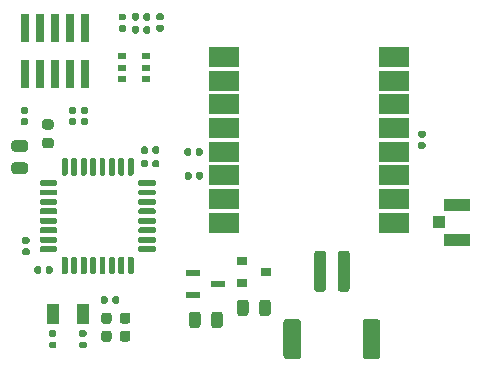
<source format=gbr>
%TF.GenerationSoftware,KiCad,Pcbnew,5.1.9*%
%TF.CreationDate,2021-02-20T15:12:24-08:00*%
%TF.ProjectId,Transmitter,5472616e-736d-4697-9474-65722e6b6963,rev?*%
%TF.SameCoordinates,Original*%
%TF.FileFunction,Paste,Top*%
%TF.FilePolarity,Positive*%
%FSLAX46Y46*%
G04 Gerber Fmt 4.6, Leading zero omitted, Abs format (unit mm)*
G04 Created by KiCad (PCBNEW 5.1.9) date 2021-02-20 15:12:24*
%MOMM*%
%LPD*%
G01*
G04 APERTURE LIST*
%ADD10R,0.740000X2.400000*%
%ADD11R,0.900000X0.800000*%
%ADD12R,2.600000X1.800000*%
%ADD13R,1.300000X0.600000*%
%ADD14R,0.800000X0.500000*%
%ADD15R,2.200000X1.050000*%
%ADD16R,1.050000X1.000000*%
%ADD17R,1.000000X1.800000*%
G04 APERTURE END LIST*
%TO.C,C1*%
G36*
G01*
X111587500Y-84010000D02*
X111932500Y-84010000D01*
G75*
G02*
X112080000Y-84157500I0J-147500D01*
G01*
X112080000Y-84452500D01*
G75*
G02*
X111932500Y-84600000I-147500J0D01*
G01*
X111587500Y-84600000D01*
G75*
G02*
X111440000Y-84452500I0J147500D01*
G01*
X111440000Y-84157500D01*
G75*
G02*
X111587500Y-84010000I147500J0D01*
G01*
G37*
G36*
G01*
X111587500Y-83040000D02*
X111932500Y-83040000D01*
G75*
G02*
X112080000Y-83187500I0J-147500D01*
G01*
X112080000Y-83482500D01*
G75*
G02*
X111932500Y-83630000I-147500J0D01*
G01*
X111587500Y-83630000D01*
G75*
G02*
X111440000Y-83482500I0J147500D01*
G01*
X111440000Y-83187500D01*
G75*
G02*
X111587500Y-83040000I147500J0D01*
G01*
G37*
%TD*%
%TO.C,C2*%
G36*
G01*
X80327500Y-100890000D02*
X80672500Y-100890000D01*
G75*
G02*
X80820000Y-101037500I0J-147500D01*
G01*
X80820000Y-101332500D01*
G75*
G02*
X80672500Y-101480000I-147500J0D01*
G01*
X80327500Y-101480000D01*
G75*
G02*
X80180000Y-101332500I0J147500D01*
G01*
X80180000Y-101037500D01*
G75*
G02*
X80327500Y-100890000I147500J0D01*
G01*
G37*
G36*
G01*
X80327500Y-99920000D02*
X80672500Y-99920000D01*
G75*
G02*
X80820000Y-100067500I0J-147500D01*
G01*
X80820000Y-100362500D01*
G75*
G02*
X80672500Y-100510000I-147500J0D01*
G01*
X80327500Y-100510000D01*
G75*
G02*
X80180000Y-100362500I0J147500D01*
G01*
X80180000Y-100067500D01*
G75*
G02*
X80327500Y-99920000I147500J0D01*
G01*
G37*
%TD*%
%TO.C,C3*%
G36*
G01*
X82877500Y-100890000D02*
X83222500Y-100890000D01*
G75*
G02*
X83370000Y-101037500I0J-147500D01*
G01*
X83370000Y-101332500D01*
G75*
G02*
X83222500Y-101480000I-147500J0D01*
G01*
X82877500Y-101480000D01*
G75*
G02*
X82730000Y-101332500I0J147500D01*
G01*
X82730000Y-101037500D01*
G75*
G02*
X82877500Y-100890000I147500J0D01*
G01*
G37*
G36*
G01*
X82877500Y-99920000D02*
X83222500Y-99920000D01*
G75*
G02*
X83370000Y-100067500I0J-147500D01*
G01*
X83370000Y-100362500D01*
G75*
G02*
X83222500Y-100510000I-147500J0D01*
G01*
X82877500Y-100510000D01*
G75*
G02*
X82730000Y-100362500I0J147500D01*
G01*
X82730000Y-100067500D01*
G75*
G02*
X82877500Y-99920000I147500J0D01*
G01*
G37*
%TD*%
%TO.C,C4*%
G36*
G01*
X97986000Y-98500250D02*
X97986000Y-97587750D01*
G75*
G02*
X98229750Y-97344000I243750J0D01*
G01*
X98717250Y-97344000D01*
G75*
G02*
X98961000Y-97587750I0J-243750D01*
G01*
X98961000Y-98500250D01*
G75*
G02*
X98717250Y-98744000I-243750J0D01*
G01*
X98229750Y-98744000D01*
G75*
G02*
X97986000Y-98500250I0J243750D01*
G01*
G37*
G36*
G01*
X96111000Y-98500250D02*
X96111000Y-97587750D01*
G75*
G02*
X96354750Y-97344000I243750J0D01*
G01*
X96842250Y-97344000D01*
G75*
G02*
X97086000Y-97587750I0J-243750D01*
G01*
X97086000Y-98500250D01*
G75*
G02*
X96842250Y-98744000I-243750J0D01*
G01*
X96354750Y-98744000D01*
G75*
G02*
X96111000Y-98500250I0J243750D01*
G01*
G37*
%TD*%
%TO.C,C5*%
G36*
G01*
X86194000Y-99168250D02*
X86194000Y-98655750D01*
G75*
G02*
X86412750Y-98437000I218750J0D01*
G01*
X86850250Y-98437000D01*
G75*
G02*
X87069000Y-98655750I0J-218750D01*
G01*
X87069000Y-99168250D01*
G75*
G02*
X86850250Y-99387000I-218750J0D01*
G01*
X86412750Y-99387000D01*
G75*
G02*
X86194000Y-99168250I0J218750D01*
G01*
G37*
G36*
G01*
X84619000Y-99168250D02*
X84619000Y-98655750D01*
G75*
G02*
X84837750Y-98437000I218750J0D01*
G01*
X85275250Y-98437000D01*
G75*
G02*
X85494000Y-98655750I0J-218750D01*
G01*
X85494000Y-99168250D01*
G75*
G02*
X85275250Y-99387000I-218750J0D01*
G01*
X84837750Y-99387000D01*
G75*
G02*
X84619000Y-99168250I0J218750D01*
G01*
G37*
%TD*%
%TO.C,C6*%
G36*
G01*
X86194000Y-100692250D02*
X86194000Y-100179750D01*
G75*
G02*
X86412750Y-99961000I218750J0D01*
G01*
X86850250Y-99961000D01*
G75*
G02*
X87069000Y-100179750I0J-218750D01*
G01*
X87069000Y-100692250D01*
G75*
G02*
X86850250Y-100911000I-218750J0D01*
G01*
X86412750Y-100911000D01*
G75*
G02*
X86194000Y-100692250I0J218750D01*
G01*
G37*
G36*
G01*
X84619000Y-100692250D02*
X84619000Y-100179750D01*
G75*
G02*
X84837750Y-99961000I218750J0D01*
G01*
X85275250Y-99961000D01*
G75*
G02*
X85494000Y-100179750I0J-218750D01*
G01*
X85494000Y-100692250D01*
G75*
G02*
X85275250Y-100911000I-218750J0D01*
G01*
X84837750Y-100911000D01*
G75*
G02*
X84619000Y-100692250I0J218750D01*
G01*
G37*
%TD*%
%TO.C,C7*%
G36*
G01*
X93922000Y-99516250D02*
X93922000Y-98603750D01*
G75*
G02*
X94165750Y-98360000I243750J0D01*
G01*
X94653250Y-98360000D01*
G75*
G02*
X94897000Y-98603750I0J-243750D01*
G01*
X94897000Y-99516250D01*
G75*
G02*
X94653250Y-99760000I-243750J0D01*
G01*
X94165750Y-99760000D01*
G75*
G02*
X93922000Y-99516250I0J243750D01*
G01*
G37*
G36*
G01*
X92047000Y-99516250D02*
X92047000Y-98603750D01*
G75*
G02*
X92290750Y-98360000I243750J0D01*
G01*
X92778250Y-98360000D01*
G75*
G02*
X93022000Y-98603750I0J-243750D01*
G01*
X93022000Y-99516250D01*
G75*
G02*
X92778250Y-99760000I-243750J0D01*
G01*
X92290750Y-99760000D01*
G75*
G02*
X92047000Y-99516250I0J243750D01*
G01*
G37*
%TD*%
%TO.C,C8*%
G36*
G01*
X79535000Y-94675500D02*
X79535000Y-95020500D01*
G75*
G02*
X79387500Y-95168000I-147500J0D01*
G01*
X79092500Y-95168000D01*
G75*
G02*
X78945000Y-95020500I0J147500D01*
G01*
X78945000Y-94675500D01*
G75*
G02*
X79092500Y-94528000I147500J0D01*
G01*
X79387500Y-94528000D01*
G75*
G02*
X79535000Y-94675500I0J-147500D01*
G01*
G37*
G36*
G01*
X80505000Y-94675500D02*
X80505000Y-95020500D01*
G75*
G02*
X80357500Y-95168000I-147500J0D01*
G01*
X80062500Y-95168000D01*
G75*
G02*
X79915000Y-95020500I0J147500D01*
G01*
X79915000Y-94675500D01*
G75*
G02*
X80062500Y-94528000I147500J0D01*
G01*
X80357500Y-94528000D01*
G75*
G02*
X80505000Y-94675500I0J-147500D01*
G01*
G37*
%TD*%
%TO.C,C9*%
G36*
G01*
X88190000Y-74672500D02*
X88190000Y-74327500D01*
G75*
G02*
X88337500Y-74180000I147500J0D01*
G01*
X88632500Y-74180000D01*
G75*
G02*
X88780000Y-74327500I0J-147500D01*
G01*
X88780000Y-74672500D01*
G75*
G02*
X88632500Y-74820000I-147500J0D01*
G01*
X88337500Y-74820000D01*
G75*
G02*
X88190000Y-74672500I0J147500D01*
G01*
G37*
G36*
G01*
X87220000Y-74672500D02*
X87220000Y-74327500D01*
G75*
G02*
X87367500Y-74180000I147500J0D01*
G01*
X87662500Y-74180000D01*
G75*
G02*
X87810000Y-74327500I0J-147500D01*
G01*
X87810000Y-74672500D01*
G75*
G02*
X87662500Y-74820000I-147500J0D01*
G01*
X87367500Y-74820000D01*
G75*
G02*
X87220000Y-74672500I0J147500D01*
G01*
G37*
%TD*%
%TO.C,C10*%
G36*
G01*
X88190000Y-73572500D02*
X88190000Y-73227500D01*
G75*
G02*
X88337500Y-73080000I147500J0D01*
G01*
X88632500Y-73080000D01*
G75*
G02*
X88780000Y-73227500I0J-147500D01*
G01*
X88780000Y-73572500D01*
G75*
G02*
X88632500Y-73720000I-147500J0D01*
G01*
X88337500Y-73720000D01*
G75*
G02*
X88190000Y-73572500I0J147500D01*
G01*
G37*
G36*
G01*
X87220000Y-73572500D02*
X87220000Y-73227500D01*
G75*
G02*
X87367500Y-73080000I147500J0D01*
G01*
X87662500Y-73080000D01*
G75*
G02*
X87810000Y-73227500I0J-147500D01*
G01*
X87810000Y-73572500D01*
G75*
G02*
X87662500Y-73720000I-147500J0D01*
G01*
X87367500Y-73720000D01*
G75*
G02*
X87220000Y-73572500I0J147500D01*
G01*
G37*
%TD*%
%TO.C,C11*%
G36*
G01*
X88955000Y-86003500D02*
X88955000Y-85658500D01*
G75*
G02*
X89102500Y-85511000I147500J0D01*
G01*
X89397500Y-85511000D01*
G75*
G02*
X89545000Y-85658500I0J-147500D01*
G01*
X89545000Y-86003500D01*
G75*
G02*
X89397500Y-86151000I-147500J0D01*
G01*
X89102500Y-86151000D01*
G75*
G02*
X88955000Y-86003500I0J147500D01*
G01*
G37*
G36*
G01*
X87985000Y-86003500D02*
X87985000Y-85658500D01*
G75*
G02*
X88132500Y-85511000I147500J0D01*
G01*
X88427500Y-85511000D01*
G75*
G02*
X88575000Y-85658500I0J-147500D01*
G01*
X88575000Y-86003500D01*
G75*
G02*
X88427500Y-86151000I-147500J0D01*
G01*
X88132500Y-86151000D01*
G75*
G02*
X87985000Y-86003500I0J147500D01*
G01*
G37*
%TD*%
%TO.C,C12*%
G36*
G01*
X88955000Y-84860500D02*
X88955000Y-84515500D01*
G75*
G02*
X89102500Y-84368000I147500J0D01*
G01*
X89397500Y-84368000D01*
G75*
G02*
X89545000Y-84515500I0J-147500D01*
G01*
X89545000Y-84860500D01*
G75*
G02*
X89397500Y-85008000I-147500J0D01*
G01*
X89102500Y-85008000D01*
G75*
G02*
X88955000Y-84860500I0J147500D01*
G01*
G37*
G36*
G01*
X87985000Y-84860500D02*
X87985000Y-84515500D01*
G75*
G02*
X88132500Y-84368000I147500J0D01*
G01*
X88427500Y-84368000D01*
G75*
G02*
X88575000Y-84515500I0J-147500D01*
G01*
X88575000Y-84860500D01*
G75*
G02*
X88427500Y-85008000I-147500J0D01*
G01*
X88132500Y-85008000D01*
G75*
G02*
X87985000Y-84860500I0J147500D01*
G01*
G37*
%TD*%
%TO.C,D1*%
G36*
G01*
X77259750Y-85724500D02*
X78172250Y-85724500D01*
G75*
G02*
X78416000Y-85968250I0J-243750D01*
G01*
X78416000Y-86455750D01*
G75*
G02*
X78172250Y-86699500I-243750J0D01*
G01*
X77259750Y-86699500D01*
G75*
G02*
X77016000Y-86455750I0J243750D01*
G01*
X77016000Y-85968250D01*
G75*
G02*
X77259750Y-85724500I243750J0D01*
G01*
G37*
G36*
G01*
X77259750Y-83849500D02*
X78172250Y-83849500D01*
G75*
G02*
X78416000Y-84093250I0J-243750D01*
G01*
X78416000Y-84580750D01*
G75*
G02*
X78172250Y-84824500I-243750J0D01*
G01*
X77259750Y-84824500D01*
G75*
G02*
X77016000Y-84580750I0J243750D01*
G01*
X77016000Y-84093250D01*
G75*
G02*
X77259750Y-83849500I243750J0D01*
G01*
G37*
%TD*%
%TO.C,J2*%
G36*
G01*
X106740000Y-102140000D02*
X106740000Y-99240000D01*
G75*
G02*
X106990000Y-98990000I250000J0D01*
G01*
X107990000Y-98990000D01*
G75*
G02*
X108240000Y-99240000I0J-250000D01*
G01*
X108240000Y-102140000D01*
G75*
G02*
X107990000Y-102390000I-250000J0D01*
G01*
X106990000Y-102390000D01*
G75*
G02*
X106740000Y-102140000I0J250000D01*
G01*
G37*
G36*
G01*
X100040000Y-102140000D02*
X100040000Y-99240000D01*
G75*
G02*
X100290000Y-98990000I250000J0D01*
G01*
X101290000Y-98990000D01*
G75*
G02*
X101540000Y-99240000I0J-250000D01*
G01*
X101540000Y-102140000D01*
G75*
G02*
X101290000Y-102390000I-250000J0D01*
G01*
X100290000Y-102390000D01*
G75*
G02*
X100040000Y-102140000I0J250000D01*
G01*
G37*
G36*
G01*
X104640000Y-96440000D02*
X104640000Y-93440000D01*
G75*
G02*
X104890000Y-93190000I250000J0D01*
G01*
X105390000Y-93190000D01*
G75*
G02*
X105640000Y-93440000I0J-250000D01*
G01*
X105640000Y-96440000D01*
G75*
G02*
X105390000Y-96690000I-250000J0D01*
G01*
X104890000Y-96690000D01*
G75*
G02*
X104640000Y-96440000I0J250000D01*
G01*
G37*
G36*
G01*
X102640000Y-96440000D02*
X102640000Y-93440000D01*
G75*
G02*
X102890000Y-93190000I250000J0D01*
G01*
X103390000Y-93190000D01*
G75*
G02*
X103640000Y-93440000I0J-250000D01*
G01*
X103640000Y-96440000D01*
G75*
G02*
X103390000Y-96690000I-250000J0D01*
G01*
X102890000Y-96690000D01*
G75*
G02*
X102640000Y-96440000I0J250000D01*
G01*
G37*
%TD*%
D10*
%TO.C,J4*%
X78160000Y-78250000D03*
X78160000Y-74350000D03*
X79430000Y-78250000D03*
X79430000Y-74350000D03*
X80700000Y-78250000D03*
X80700000Y-74350000D03*
X81970000Y-78250000D03*
X81970000Y-74350000D03*
X83240000Y-78250000D03*
X83240000Y-74350000D03*
%TD*%
%TO.C,L1*%
G36*
G01*
X85169000Y-97215500D02*
X85169000Y-97560500D01*
G75*
G02*
X85021500Y-97708000I-147500J0D01*
G01*
X84726500Y-97708000D01*
G75*
G02*
X84579000Y-97560500I0J147500D01*
G01*
X84579000Y-97215500D01*
G75*
G02*
X84726500Y-97068000I147500J0D01*
G01*
X85021500Y-97068000D01*
G75*
G02*
X85169000Y-97215500I0J-147500D01*
G01*
G37*
G36*
G01*
X86139000Y-97215500D02*
X86139000Y-97560500D01*
G75*
G02*
X85991500Y-97708000I-147500J0D01*
G01*
X85696500Y-97708000D01*
G75*
G02*
X85549000Y-97560500I0J147500D01*
G01*
X85549000Y-97215500D01*
G75*
G02*
X85696500Y-97068000I147500J0D01*
G01*
X85991500Y-97068000D01*
G75*
G02*
X86139000Y-97215500I0J-147500D01*
G01*
G37*
%TD*%
D11*
%TO.C,Q1*%
X98536000Y-94996000D03*
X96536000Y-95946000D03*
X96536000Y-94046000D03*
%TD*%
%TO.C,R1*%
G36*
G01*
X92243000Y-84663500D02*
X92243000Y-85008500D01*
G75*
G02*
X92095500Y-85156000I-147500J0D01*
G01*
X91800500Y-85156000D01*
G75*
G02*
X91653000Y-85008500I0J147500D01*
G01*
X91653000Y-84663500D01*
G75*
G02*
X91800500Y-84516000I147500J0D01*
G01*
X92095500Y-84516000D01*
G75*
G02*
X92243000Y-84663500I0J-147500D01*
G01*
G37*
G36*
G01*
X93213000Y-84663500D02*
X93213000Y-85008500D01*
G75*
G02*
X93065500Y-85156000I-147500J0D01*
G01*
X92770500Y-85156000D01*
G75*
G02*
X92623000Y-85008500I0J147500D01*
G01*
X92623000Y-84663500D01*
G75*
G02*
X92770500Y-84516000I147500J0D01*
G01*
X93065500Y-84516000D01*
G75*
G02*
X93213000Y-84663500I0J-147500D01*
G01*
G37*
%TD*%
%TO.C,R2*%
G36*
G01*
X92266000Y-86695500D02*
X92266000Y-87040500D01*
G75*
G02*
X92118500Y-87188000I-147500J0D01*
G01*
X91823500Y-87188000D01*
G75*
G02*
X91676000Y-87040500I0J147500D01*
G01*
X91676000Y-86695500D01*
G75*
G02*
X91823500Y-86548000I147500J0D01*
G01*
X92118500Y-86548000D01*
G75*
G02*
X92266000Y-86695500I0J-147500D01*
G01*
G37*
G36*
G01*
X93236000Y-86695500D02*
X93236000Y-87040500D01*
G75*
G02*
X93088500Y-87188000I-147500J0D01*
G01*
X92793500Y-87188000D01*
G75*
G02*
X92646000Y-87040500I0J147500D01*
G01*
X92646000Y-86695500D01*
G75*
G02*
X92793500Y-86548000I147500J0D01*
G01*
X93088500Y-86548000D01*
G75*
G02*
X93236000Y-86695500I0J-147500D01*
G01*
G37*
%TD*%
%TO.C,R3*%
G36*
G01*
X89772500Y-73695000D02*
X89427500Y-73695000D01*
G75*
G02*
X89280000Y-73547500I0J147500D01*
G01*
X89280000Y-73252500D01*
G75*
G02*
X89427500Y-73105000I147500J0D01*
G01*
X89772500Y-73105000D01*
G75*
G02*
X89920000Y-73252500I0J-147500D01*
G01*
X89920000Y-73547500D01*
G75*
G02*
X89772500Y-73695000I-147500J0D01*
G01*
G37*
G36*
G01*
X89772500Y-74665000D02*
X89427500Y-74665000D01*
G75*
G02*
X89280000Y-74517500I0J147500D01*
G01*
X89280000Y-74222500D01*
G75*
G02*
X89427500Y-74075000I147500J0D01*
G01*
X89772500Y-74075000D01*
G75*
G02*
X89920000Y-74222500I0J-147500D01*
G01*
X89920000Y-74517500D01*
G75*
G02*
X89772500Y-74665000I-147500J0D01*
G01*
G37*
%TD*%
%TO.C,R4*%
G36*
G01*
X79843750Y-83650000D02*
X80356250Y-83650000D01*
G75*
G02*
X80575000Y-83868750I0J-218750D01*
G01*
X80575000Y-84306250D01*
G75*
G02*
X80356250Y-84525000I-218750J0D01*
G01*
X79843750Y-84525000D01*
G75*
G02*
X79625000Y-84306250I0J218750D01*
G01*
X79625000Y-83868750D01*
G75*
G02*
X79843750Y-83650000I218750J0D01*
G01*
G37*
G36*
G01*
X79843750Y-82075000D02*
X80356250Y-82075000D01*
G75*
G02*
X80575000Y-82293750I0J-218750D01*
G01*
X80575000Y-82731250D01*
G75*
G02*
X80356250Y-82950000I-218750J0D01*
G01*
X79843750Y-82950000D01*
G75*
G02*
X79625000Y-82731250I0J218750D01*
G01*
X79625000Y-82293750D01*
G75*
G02*
X79843750Y-82075000I218750J0D01*
G01*
G37*
%TD*%
%TO.C,R5*%
G36*
G01*
X86572500Y-73710000D02*
X86227500Y-73710000D01*
G75*
G02*
X86080000Y-73562500I0J147500D01*
G01*
X86080000Y-73267500D01*
G75*
G02*
X86227500Y-73120000I147500J0D01*
G01*
X86572500Y-73120000D01*
G75*
G02*
X86720000Y-73267500I0J-147500D01*
G01*
X86720000Y-73562500D01*
G75*
G02*
X86572500Y-73710000I-147500J0D01*
G01*
G37*
G36*
G01*
X86572500Y-74680000D02*
X86227500Y-74680000D01*
G75*
G02*
X86080000Y-74532500I0J147500D01*
G01*
X86080000Y-74237500D01*
G75*
G02*
X86227500Y-74090000I147500J0D01*
G01*
X86572500Y-74090000D01*
G75*
G02*
X86720000Y-74237500I0J-147500D01*
G01*
X86720000Y-74532500D01*
G75*
G02*
X86572500Y-74680000I-147500J0D01*
G01*
G37*
%TD*%
%TO.C,R6*%
G36*
G01*
X83372500Y-81595000D02*
X83027500Y-81595000D01*
G75*
G02*
X82880000Y-81447500I0J147500D01*
G01*
X82880000Y-81152500D01*
G75*
G02*
X83027500Y-81005000I147500J0D01*
G01*
X83372500Y-81005000D01*
G75*
G02*
X83520000Y-81152500I0J-147500D01*
G01*
X83520000Y-81447500D01*
G75*
G02*
X83372500Y-81595000I-147500J0D01*
G01*
G37*
G36*
G01*
X83372500Y-82565000D02*
X83027500Y-82565000D01*
G75*
G02*
X82880000Y-82417500I0J147500D01*
G01*
X82880000Y-82122500D01*
G75*
G02*
X83027500Y-81975000I147500J0D01*
G01*
X83372500Y-81975000D01*
G75*
G02*
X83520000Y-82122500I0J-147500D01*
G01*
X83520000Y-82417500D01*
G75*
G02*
X83372500Y-82565000I-147500J0D01*
G01*
G37*
%TD*%
%TO.C,R7*%
G36*
G01*
X82372500Y-81610000D02*
X82027500Y-81610000D01*
G75*
G02*
X81880000Y-81462500I0J147500D01*
G01*
X81880000Y-81167500D01*
G75*
G02*
X82027500Y-81020000I147500J0D01*
G01*
X82372500Y-81020000D01*
G75*
G02*
X82520000Y-81167500I0J-147500D01*
G01*
X82520000Y-81462500D01*
G75*
G02*
X82372500Y-81610000I-147500J0D01*
G01*
G37*
G36*
G01*
X82372500Y-82580000D02*
X82027500Y-82580000D01*
G75*
G02*
X81880000Y-82432500I0J147500D01*
G01*
X81880000Y-82137500D01*
G75*
G02*
X82027500Y-81990000I147500J0D01*
G01*
X82372500Y-81990000D01*
G75*
G02*
X82520000Y-82137500I0J-147500D01*
G01*
X82520000Y-82432500D01*
G75*
G02*
X82372500Y-82580000I-147500J0D01*
G01*
G37*
%TD*%
%TO.C,R8*%
G36*
G01*
X78272500Y-81610000D02*
X77927500Y-81610000D01*
G75*
G02*
X77780000Y-81462500I0J147500D01*
G01*
X77780000Y-81167500D01*
G75*
G02*
X77927500Y-81020000I147500J0D01*
G01*
X78272500Y-81020000D01*
G75*
G02*
X78420000Y-81167500I0J-147500D01*
G01*
X78420000Y-81462500D01*
G75*
G02*
X78272500Y-81610000I-147500J0D01*
G01*
G37*
G36*
G01*
X78272500Y-82580000D02*
X77927500Y-82580000D01*
G75*
G02*
X77780000Y-82432500I0J147500D01*
G01*
X77780000Y-82137500D01*
G75*
G02*
X77927500Y-81990000I147500J0D01*
G01*
X78272500Y-81990000D01*
G75*
G02*
X78420000Y-82137500I0J-147500D01*
G01*
X78420000Y-82432500D01*
G75*
G02*
X78272500Y-82580000I-147500J0D01*
G01*
G37*
%TD*%
%TO.C,R9*%
G36*
G01*
X78396500Y-92626000D02*
X78051500Y-92626000D01*
G75*
G02*
X77904000Y-92478500I0J147500D01*
G01*
X77904000Y-92183500D01*
G75*
G02*
X78051500Y-92036000I147500J0D01*
G01*
X78396500Y-92036000D01*
G75*
G02*
X78544000Y-92183500I0J-147500D01*
G01*
X78544000Y-92478500D01*
G75*
G02*
X78396500Y-92626000I-147500J0D01*
G01*
G37*
G36*
G01*
X78396500Y-93596000D02*
X78051500Y-93596000D01*
G75*
G02*
X77904000Y-93448500I0J147500D01*
G01*
X77904000Y-93153500D01*
G75*
G02*
X78051500Y-93006000I147500J0D01*
G01*
X78396500Y-93006000D01*
G75*
G02*
X78544000Y-93153500I0J-147500D01*
G01*
X78544000Y-93448500D01*
G75*
G02*
X78396500Y-93596000I-147500J0D01*
G01*
G37*
%TD*%
D12*
%TO.C,U1*%
X109435000Y-76820000D03*
X109435000Y-78820000D03*
X109435000Y-80820000D03*
X109435000Y-82820000D03*
X109435000Y-84820000D03*
X109435000Y-86820000D03*
X109435000Y-88820000D03*
X109435000Y-90820000D03*
X95035000Y-90820000D03*
X95035000Y-88820000D03*
X95035000Y-86820000D03*
X95035000Y-84820000D03*
X95035000Y-82820000D03*
X95035000Y-80820000D03*
X95035000Y-78820000D03*
X95035000Y-76820000D03*
%TD*%
D13*
%TO.C,U2*%
X92422000Y-95062000D03*
X92422000Y-96962000D03*
X94522000Y-96012000D03*
%TD*%
%TO.C,U3*%
G36*
G01*
X80770000Y-93326000D02*
X79520000Y-93326000D01*
G75*
G02*
X79395000Y-93201000I0J125000D01*
G01*
X79395000Y-92951000D01*
G75*
G02*
X79520000Y-92826000I125000J0D01*
G01*
X80770000Y-92826000D01*
G75*
G02*
X80895000Y-92951000I0J-125000D01*
G01*
X80895000Y-93201000D01*
G75*
G02*
X80770000Y-93326000I-125000J0D01*
G01*
G37*
G36*
G01*
X80770000Y-92526000D02*
X79520000Y-92526000D01*
G75*
G02*
X79395000Y-92401000I0J125000D01*
G01*
X79395000Y-92151000D01*
G75*
G02*
X79520000Y-92026000I125000J0D01*
G01*
X80770000Y-92026000D01*
G75*
G02*
X80895000Y-92151000I0J-125000D01*
G01*
X80895000Y-92401000D01*
G75*
G02*
X80770000Y-92526000I-125000J0D01*
G01*
G37*
G36*
G01*
X80770000Y-91726000D02*
X79520000Y-91726000D01*
G75*
G02*
X79395000Y-91601000I0J125000D01*
G01*
X79395000Y-91351000D01*
G75*
G02*
X79520000Y-91226000I125000J0D01*
G01*
X80770000Y-91226000D01*
G75*
G02*
X80895000Y-91351000I0J-125000D01*
G01*
X80895000Y-91601000D01*
G75*
G02*
X80770000Y-91726000I-125000J0D01*
G01*
G37*
G36*
G01*
X80770000Y-90926000D02*
X79520000Y-90926000D01*
G75*
G02*
X79395000Y-90801000I0J125000D01*
G01*
X79395000Y-90551000D01*
G75*
G02*
X79520000Y-90426000I125000J0D01*
G01*
X80770000Y-90426000D01*
G75*
G02*
X80895000Y-90551000I0J-125000D01*
G01*
X80895000Y-90801000D01*
G75*
G02*
X80770000Y-90926000I-125000J0D01*
G01*
G37*
G36*
G01*
X80770000Y-90126000D02*
X79520000Y-90126000D01*
G75*
G02*
X79395000Y-90001000I0J125000D01*
G01*
X79395000Y-89751000D01*
G75*
G02*
X79520000Y-89626000I125000J0D01*
G01*
X80770000Y-89626000D01*
G75*
G02*
X80895000Y-89751000I0J-125000D01*
G01*
X80895000Y-90001000D01*
G75*
G02*
X80770000Y-90126000I-125000J0D01*
G01*
G37*
G36*
G01*
X80770000Y-89326000D02*
X79520000Y-89326000D01*
G75*
G02*
X79395000Y-89201000I0J125000D01*
G01*
X79395000Y-88951000D01*
G75*
G02*
X79520000Y-88826000I125000J0D01*
G01*
X80770000Y-88826000D01*
G75*
G02*
X80895000Y-88951000I0J-125000D01*
G01*
X80895000Y-89201000D01*
G75*
G02*
X80770000Y-89326000I-125000J0D01*
G01*
G37*
G36*
G01*
X80770000Y-88526000D02*
X79520000Y-88526000D01*
G75*
G02*
X79395000Y-88401000I0J125000D01*
G01*
X79395000Y-88151000D01*
G75*
G02*
X79520000Y-88026000I125000J0D01*
G01*
X80770000Y-88026000D01*
G75*
G02*
X80895000Y-88151000I0J-125000D01*
G01*
X80895000Y-88401000D01*
G75*
G02*
X80770000Y-88526000I-125000J0D01*
G01*
G37*
G36*
G01*
X80770000Y-87726000D02*
X79520000Y-87726000D01*
G75*
G02*
X79395000Y-87601000I0J125000D01*
G01*
X79395000Y-87351000D01*
G75*
G02*
X79520000Y-87226000I125000J0D01*
G01*
X80770000Y-87226000D01*
G75*
G02*
X80895000Y-87351000I0J-125000D01*
G01*
X80895000Y-87601000D01*
G75*
G02*
X80770000Y-87726000I-125000J0D01*
G01*
G37*
G36*
G01*
X81645000Y-86851000D02*
X81395000Y-86851000D01*
G75*
G02*
X81270000Y-86726000I0J125000D01*
G01*
X81270000Y-85476000D01*
G75*
G02*
X81395000Y-85351000I125000J0D01*
G01*
X81645000Y-85351000D01*
G75*
G02*
X81770000Y-85476000I0J-125000D01*
G01*
X81770000Y-86726000D01*
G75*
G02*
X81645000Y-86851000I-125000J0D01*
G01*
G37*
G36*
G01*
X82445000Y-86851000D02*
X82195000Y-86851000D01*
G75*
G02*
X82070000Y-86726000I0J125000D01*
G01*
X82070000Y-85476000D01*
G75*
G02*
X82195000Y-85351000I125000J0D01*
G01*
X82445000Y-85351000D01*
G75*
G02*
X82570000Y-85476000I0J-125000D01*
G01*
X82570000Y-86726000D01*
G75*
G02*
X82445000Y-86851000I-125000J0D01*
G01*
G37*
G36*
G01*
X83245000Y-86851000D02*
X82995000Y-86851000D01*
G75*
G02*
X82870000Y-86726000I0J125000D01*
G01*
X82870000Y-85476000D01*
G75*
G02*
X82995000Y-85351000I125000J0D01*
G01*
X83245000Y-85351000D01*
G75*
G02*
X83370000Y-85476000I0J-125000D01*
G01*
X83370000Y-86726000D01*
G75*
G02*
X83245000Y-86851000I-125000J0D01*
G01*
G37*
G36*
G01*
X84045000Y-86851000D02*
X83795000Y-86851000D01*
G75*
G02*
X83670000Y-86726000I0J125000D01*
G01*
X83670000Y-85476000D01*
G75*
G02*
X83795000Y-85351000I125000J0D01*
G01*
X84045000Y-85351000D01*
G75*
G02*
X84170000Y-85476000I0J-125000D01*
G01*
X84170000Y-86726000D01*
G75*
G02*
X84045000Y-86851000I-125000J0D01*
G01*
G37*
G36*
G01*
X84845000Y-86851000D02*
X84595000Y-86851000D01*
G75*
G02*
X84470000Y-86726000I0J125000D01*
G01*
X84470000Y-85476000D01*
G75*
G02*
X84595000Y-85351000I125000J0D01*
G01*
X84845000Y-85351000D01*
G75*
G02*
X84970000Y-85476000I0J-125000D01*
G01*
X84970000Y-86726000D01*
G75*
G02*
X84845000Y-86851000I-125000J0D01*
G01*
G37*
G36*
G01*
X85645000Y-86851000D02*
X85395000Y-86851000D01*
G75*
G02*
X85270000Y-86726000I0J125000D01*
G01*
X85270000Y-85476000D01*
G75*
G02*
X85395000Y-85351000I125000J0D01*
G01*
X85645000Y-85351000D01*
G75*
G02*
X85770000Y-85476000I0J-125000D01*
G01*
X85770000Y-86726000D01*
G75*
G02*
X85645000Y-86851000I-125000J0D01*
G01*
G37*
G36*
G01*
X86445000Y-86851000D02*
X86195000Y-86851000D01*
G75*
G02*
X86070000Y-86726000I0J125000D01*
G01*
X86070000Y-85476000D01*
G75*
G02*
X86195000Y-85351000I125000J0D01*
G01*
X86445000Y-85351000D01*
G75*
G02*
X86570000Y-85476000I0J-125000D01*
G01*
X86570000Y-86726000D01*
G75*
G02*
X86445000Y-86851000I-125000J0D01*
G01*
G37*
G36*
G01*
X87245000Y-86851000D02*
X86995000Y-86851000D01*
G75*
G02*
X86870000Y-86726000I0J125000D01*
G01*
X86870000Y-85476000D01*
G75*
G02*
X86995000Y-85351000I125000J0D01*
G01*
X87245000Y-85351000D01*
G75*
G02*
X87370000Y-85476000I0J-125000D01*
G01*
X87370000Y-86726000D01*
G75*
G02*
X87245000Y-86851000I-125000J0D01*
G01*
G37*
G36*
G01*
X89120000Y-87726000D02*
X87870000Y-87726000D01*
G75*
G02*
X87745000Y-87601000I0J125000D01*
G01*
X87745000Y-87351000D01*
G75*
G02*
X87870000Y-87226000I125000J0D01*
G01*
X89120000Y-87226000D01*
G75*
G02*
X89245000Y-87351000I0J-125000D01*
G01*
X89245000Y-87601000D01*
G75*
G02*
X89120000Y-87726000I-125000J0D01*
G01*
G37*
G36*
G01*
X89120000Y-88526000D02*
X87870000Y-88526000D01*
G75*
G02*
X87745000Y-88401000I0J125000D01*
G01*
X87745000Y-88151000D01*
G75*
G02*
X87870000Y-88026000I125000J0D01*
G01*
X89120000Y-88026000D01*
G75*
G02*
X89245000Y-88151000I0J-125000D01*
G01*
X89245000Y-88401000D01*
G75*
G02*
X89120000Y-88526000I-125000J0D01*
G01*
G37*
G36*
G01*
X89120000Y-89326000D02*
X87870000Y-89326000D01*
G75*
G02*
X87745000Y-89201000I0J125000D01*
G01*
X87745000Y-88951000D01*
G75*
G02*
X87870000Y-88826000I125000J0D01*
G01*
X89120000Y-88826000D01*
G75*
G02*
X89245000Y-88951000I0J-125000D01*
G01*
X89245000Y-89201000D01*
G75*
G02*
X89120000Y-89326000I-125000J0D01*
G01*
G37*
G36*
G01*
X89120000Y-90126000D02*
X87870000Y-90126000D01*
G75*
G02*
X87745000Y-90001000I0J125000D01*
G01*
X87745000Y-89751000D01*
G75*
G02*
X87870000Y-89626000I125000J0D01*
G01*
X89120000Y-89626000D01*
G75*
G02*
X89245000Y-89751000I0J-125000D01*
G01*
X89245000Y-90001000D01*
G75*
G02*
X89120000Y-90126000I-125000J0D01*
G01*
G37*
G36*
G01*
X89120000Y-90926000D02*
X87870000Y-90926000D01*
G75*
G02*
X87745000Y-90801000I0J125000D01*
G01*
X87745000Y-90551000D01*
G75*
G02*
X87870000Y-90426000I125000J0D01*
G01*
X89120000Y-90426000D01*
G75*
G02*
X89245000Y-90551000I0J-125000D01*
G01*
X89245000Y-90801000D01*
G75*
G02*
X89120000Y-90926000I-125000J0D01*
G01*
G37*
G36*
G01*
X89120000Y-91726000D02*
X87870000Y-91726000D01*
G75*
G02*
X87745000Y-91601000I0J125000D01*
G01*
X87745000Y-91351000D01*
G75*
G02*
X87870000Y-91226000I125000J0D01*
G01*
X89120000Y-91226000D01*
G75*
G02*
X89245000Y-91351000I0J-125000D01*
G01*
X89245000Y-91601000D01*
G75*
G02*
X89120000Y-91726000I-125000J0D01*
G01*
G37*
G36*
G01*
X89120000Y-92526000D02*
X87870000Y-92526000D01*
G75*
G02*
X87745000Y-92401000I0J125000D01*
G01*
X87745000Y-92151000D01*
G75*
G02*
X87870000Y-92026000I125000J0D01*
G01*
X89120000Y-92026000D01*
G75*
G02*
X89245000Y-92151000I0J-125000D01*
G01*
X89245000Y-92401000D01*
G75*
G02*
X89120000Y-92526000I-125000J0D01*
G01*
G37*
G36*
G01*
X89120000Y-93326000D02*
X87870000Y-93326000D01*
G75*
G02*
X87745000Y-93201000I0J125000D01*
G01*
X87745000Y-92951000D01*
G75*
G02*
X87870000Y-92826000I125000J0D01*
G01*
X89120000Y-92826000D01*
G75*
G02*
X89245000Y-92951000I0J-125000D01*
G01*
X89245000Y-93201000D01*
G75*
G02*
X89120000Y-93326000I-125000J0D01*
G01*
G37*
G36*
G01*
X87245000Y-95201000D02*
X86995000Y-95201000D01*
G75*
G02*
X86870000Y-95076000I0J125000D01*
G01*
X86870000Y-93826000D01*
G75*
G02*
X86995000Y-93701000I125000J0D01*
G01*
X87245000Y-93701000D01*
G75*
G02*
X87370000Y-93826000I0J-125000D01*
G01*
X87370000Y-95076000D01*
G75*
G02*
X87245000Y-95201000I-125000J0D01*
G01*
G37*
G36*
G01*
X86445000Y-95201000D02*
X86195000Y-95201000D01*
G75*
G02*
X86070000Y-95076000I0J125000D01*
G01*
X86070000Y-93826000D01*
G75*
G02*
X86195000Y-93701000I125000J0D01*
G01*
X86445000Y-93701000D01*
G75*
G02*
X86570000Y-93826000I0J-125000D01*
G01*
X86570000Y-95076000D01*
G75*
G02*
X86445000Y-95201000I-125000J0D01*
G01*
G37*
G36*
G01*
X85645000Y-95201000D02*
X85395000Y-95201000D01*
G75*
G02*
X85270000Y-95076000I0J125000D01*
G01*
X85270000Y-93826000D01*
G75*
G02*
X85395000Y-93701000I125000J0D01*
G01*
X85645000Y-93701000D01*
G75*
G02*
X85770000Y-93826000I0J-125000D01*
G01*
X85770000Y-95076000D01*
G75*
G02*
X85645000Y-95201000I-125000J0D01*
G01*
G37*
G36*
G01*
X84845000Y-95201000D02*
X84595000Y-95201000D01*
G75*
G02*
X84470000Y-95076000I0J125000D01*
G01*
X84470000Y-93826000D01*
G75*
G02*
X84595000Y-93701000I125000J0D01*
G01*
X84845000Y-93701000D01*
G75*
G02*
X84970000Y-93826000I0J-125000D01*
G01*
X84970000Y-95076000D01*
G75*
G02*
X84845000Y-95201000I-125000J0D01*
G01*
G37*
G36*
G01*
X84045000Y-95201000D02*
X83795000Y-95201000D01*
G75*
G02*
X83670000Y-95076000I0J125000D01*
G01*
X83670000Y-93826000D01*
G75*
G02*
X83795000Y-93701000I125000J0D01*
G01*
X84045000Y-93701000D01*
G75*
G02*
X84170000Y-93826000I0J-125000D01*
G01*
X84170000Y-95076000D01*
G75*
G02*
X84045000Y-95201000I-125000J0D01*
G01*
G37*
G36*
G01*
X83245000Y-95201000D02*
X82995000Y-95201000D01*
G75*
G02*
X82870000Y-95076000I0J125000D01*
G01*
X82870000Y-93826000D01*
G75*
G02*
X82995000Y-93701000I125000J0D01*
G01*
X83245000Y-93701000D01*
G75*
G02*
X83370000Y-93826000I0J-125000D01*
G01*
X83370000Y-95076000D01*
G75*
G02*
X83245000Y-95201000I-125000J0D01*
G01*
G37*
G36*
G01*
X82445000Y-95201000D02*
X82195000Y-95201000D01*
G75*
G02*
X82070000Y-95076000I0J125000D01*
G01*
X82070000Y-93826000D01*
G75*
G02*
X82195000Y-93701000I125000J0D01*
G01*
X82445000Y-93701000D01*
G75*
G02*
X82570000Y-93826000I0J-125000D01*
G01*
X82570000Y-95076000D01*
G75*
G02*
X82445000Y-95201000I-125000J0D01*
G01*
G37*
G36*
G01*
X81645000Y-95201000D02*
X81395000Y-95201000D01*
G75*
G02*
X81270000Y-95076000I0J125000D01*
G01*
X81270000Y-93826000D01*
G75*
G02*
X81395000Y-93701000I125000J0D01*
G01*
X81645000Y-93701000D01*
G75*
G02*
X81770000Y-93826000I0J-125000D01*
G01*
X81770000Y-95076000D01*
G75*
G02*
X81645000Y-95201000I-125000J0D01*
G01*
G37*
%TD*%
D14*
%TO.C,U4*%
X88400000Y-77700000D03*
X86400000Y-78700000D03*
X86400000Y-77700000D03*
X86400000Y-76700000D03*
X88400000Y-76700000D03*
X88400000Y-78700000D03*
%TD*%
D15*
%TO.C,X1*%
X114775000Y-89330000D03*
D16*
X113250000Y-90805000D03*
D15*
X114775000Y-92280000D03*
%TD*%
D17*
%TO.C,Y1*%
X83030000Y-98531000D03*
X80530000Y-98531000D03*
%TD*%
M02*

</source>
